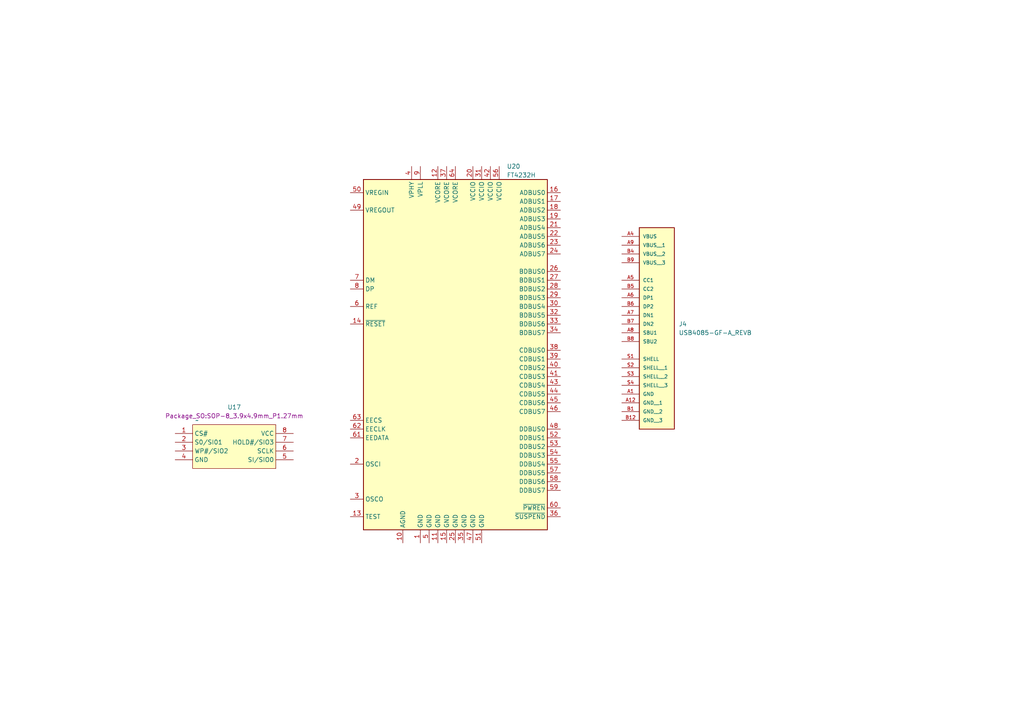
<source format=kicad_sch>
(kicad_sch (version 20230121) (generator eeschema)
  (paper "A4")
  (lib_symbols
    (symbol "Connector:USB4085-GF-A_REVB" (pin_names (offset 1.016))
      (property "Reference" "J" (at -5.08 18.288 0))
      (property "Value" "USB4085-GF-A_REVB" (at -5.08 -43.18 0))
      (symbol "USB4085-GF-A_REVB_0_0"
        (rectangle (start -5.08 -40.64) (end 5.08 17.78) (stroke (width 0.254)) (fill (type background)))
        (pin power_in line (at -10.16 -30.48 0) (length 5.08) (name "GND") (number "A1"))
        (pin power_in line (at -10.16 -33.02 0) (length 5.08) (name "GND__1") (number "A12"))
        (pin power_in line (at -10.16 15.24 0) (length 5.08) (name "VBUS") (number "A4"))
        (pin bidirectional line (at -10.16 2.54 0) (length 5.08) (name "CC1") (number "A5"))
        (pin bidirectional line (at -10.16 -2.54 0) (length 5.08) (name "DP1") (number "A6"))
        (pin bidirectional line (at -10.16 -7.62 0) (length 5.08) (name "DN1") (number "A7"))
        (pin bidirectional line (at -10.16 -12.7 0) (length 5.08) (name "SBU1") (number "A8"))
        (pin power_in line (at -10.16 12.7 0) (length 5.08) (name "VBUS__1") (number "A9"))
        (pin power_in line (at -10.16 -35.56 0) (length 5.08) (name "GND__2") (number "B1"))
        (pin power_in line (at -10.16 -38.1 0) (length 5.08) (name "GND__3") (number "B12"))
        (pin power_in line (at -10.16 10.16 0) (length 5.08) (name "VBUS__2") (number "B4"))
        (pin bidirectional line (at -10.16 0 0) (length 5.08) (name "CC2") (number "B5"))
        (pin bidirectional line (at -10.16 -5.08 0) (length 5.08) (name "DP2") (number "B6"))
        (pin bidirectional line (at -10.16 -10.16 0) (length 5.08) (name "DN2") (number "B7"))
        (pin bidirectional line (at -10.16 -15.24 0) (length 5.08) (name "SBU2") (number "B8"))
        (pin power_in line (at -10.16 7.62 0) (length 5.08) (name "VBUS__3") (number "B9"))
        (pin passive line (at -10.16 -20.32 0) (length 5.08) (name "SHELL") (number "S1"))
        (pin passive line (at -10.16 -22.86 0) (length 5.08) (name "SHELL__1") (number "S2"))
        (pin passive line (at -10.16 -25.4 0) (length 5.08) (name "SHELL__2") (number "S3"))
        (pin passive line (at -10.16 -27.94 0) (length 5.08) (name "SHELL__3") (number "S4"))
      )
    )
    (symbol "IC:MX25V8035F"
      (property "Reference" "U" (at 0 0 0))
      (property "Footprint" "Package_SO:SOP-8_3.9x4.9mm_P1.27mm" (at 5.08 3.81 0))
      (symbol "MX25V8035F_1_1"
        (rectangle (start -1.27 -1.27) (end 22.86 -13.97) (fill (type background)))
        (pin input line (at -6.35 -3.81 0) (length 5.08) (name "CS#") (number "1"))
        (pin bidirectional line (at -6.35 -6.35 0) (length 5.08) (name "S0/SI01") (number "2"))
        (pin bidirectional line (at -6.35 -8.89 0) (length 5.08) (name "WP#/SIO2") (number "3"))
        (pin passive line (at -6.35 -11.43 0) (length 5.08) (name "GND") (number "4"))
        (pin bidirectional line (at 27.94 -11.43 180) (length 5.08) (name "SI/SIO0") (number "5"))
        (pin input line (at 27.94 -8.89 180) (length 5.08) (name "SCLK") (number "6"))
        (pin bidirectional line (at 27.94 -6.35 180) (length 5.08) (name "HOLD#/SIO3") (number "7"))
        (pin power_in line (at 27.94 -3.81 180) (length 5.08) (name "VCC") (number "8"))
      )
    )
    (symbol "Interface_USB:FT4232H"
      (property "Reference" "U" (at -26.67 53.34 0))
      (property "Value" "FT4232H" (at 19.05 53.34 0))
      (symbol "FT4232H_0_1"
        (rectangle (start -26.67 -49.53) (end 26.67 52.07) (stroke (width 0.254)) (fill (type background)))
      )
      (symbol "FT4232H_1_1"
        (pin power_in line (at -10.16 -53.34 90) (length 3.81) (name "GND") (number "1"))
        (pin power_in line (at -15.24 -53.34 90) (length 3.81) (name "AGND") (number "10"))
        (pin power_in line (at -5.08 -53.34 90) (length 3.81) (name "GND") (number "11"))
        (pin power_in line (at -5.08 55.88 270) (length 3.81) (name "VCORE") (number "12"))
        (pin input line (at -30.48 -45.72 0) (length 3.81) (name "TEST") (number "13"))
        (pin input line (at -30.48 10.16 0) (length 3.81) (name "~{RESET}") (number "14"))
        (pin power_in line (at -2.54 -53.34 90) (length 3.81) (name "GND") (number "15"))
        (pin bidirectional line (at 30.48 48.26 180) (length 3.81) (name "ADBUS0") (number "16"))
        (pin bidirectional line (at 30.48 45.72 180) (length 3.81) (name "ADBUS1") (number "17"))
        (pin bidirectional line (at 30.48 43.18 180) (length 3.81) (name "ADBUS2") (number "18"))
        (pin bidirectional line (at 30.48 40.64 180) (length 3.81) (name "ADBUS3") (number "19"))
        (pin input line (at -30.48 -30.48 0) (length 3.81) (name "OSCI") (number "2"))
        (pin power_in line (at 5.08 55.88 270) (length 3.81) (name "VCCIO") (number "20"))
        (pin bidirectional line (at 30.48 38.1 180) (length 3.81) (name "ADBUS4") (number "21"))
        (pin bidirectional line (at 30.48 35.56 180) (length 3.81) (name "ADBUS5") (number "22"))
        (pin bidirectional line (at 30.48 33.02 180) (length 3.81) (name "ADBUS6") (number "23"))
        (pin bidirectional line (at 30.48 30.48 180) (length 3.81) (name "ADBUS7") (number "24"))
        (pin power_in line (at 0 -53.34 90) (length 3.81) (name "GND") (number "25"))
        (pin bidirectional line (at 30.48 25.4 180) (length 3.81) (name "BDBUS0") (number "26"))
        (pin bidirectional line (at 30.48 22.86 180) (length 3.81) (name "BDBUS1") (number "27"))
        (pin bidirectional line (at 30.48 20.32 180) (length 3.81) (name "BDBUS2") (number "28"))
        (pin bidirectional line (at 30.48 17.78 180) (length 3.81) (name "BDBUS3") (number "29"))
        (pin output line (at -30.48 -40.64 0) (length 3.81) (name "OSCO") (number "3"))
        (pin bidirectional line (at 30.48 15.24 180) (length 3.81) (name "BDBUS4") (number "30"))
        (pin power_in line (at 7.62 55.88 270) (length 3.81) (name "VCCIO") (number "31"))
        (pin bidirectional line (at 30.48 12.7 180) (length 3.81) (name "BDBUS5") (number "32"))
        (pin bidirectional line (at 30.48 10.16 180) (length 3.81) (name "BDBUS6") (number "33"))
        (pin bidirectional line (at 30.48 7.62 180) (length 3.81) (name "BDBUS7") (number "34"))
        (pin power_in line (at 2.54 -53.34 90) (length 3.81) (name "GND") (number "35"))
        (pin output line (at 30.48 -45.72 180) (length 3.81) (name "~{SUSPEND}") (number "36"))
        (pin power_in line (at -2.54 55.88 270) (length 3.81) (name "VCORE") (number "37"))
        (pin bidirectional line (at 30.48 2.54 180) (length 3.81) (name "CDBUS0") (number "38"))
        (pin bidirectional line (at 30.48 0 180) (length 3.81) (name "CDBUS1") (number "39"))
        (pin power_in line (at -12.7 55.88 270) (length 3.81) (name "VPHY") (number "4"))
        (pin bidirectional line (at 30.48 -2.54 180) (length 3.81) (name "CDBUS2") (number "40"))
        (pin bidirectional line (at 30.48 -5.08 180) (length 3.81) (name "CDBUS3") (number "41"))
        (pin power_in line (at 10.16 55.88 270) (length 3.81) (name "VCCIO") (number "42"))
        (pin bidirectional line (at 30.48 -7.62 180) (length 3.81) (name "CDBUS4") (number "43"))
        (pin bidirectional line (at 30.48 -10.16 180) (length 3.81) (name "CDBUS5") (number "44"))
        (pin bidirectional line (at 30.48 -12.7 180) (length 3.81) (name "CDBUS6") (number "45"))
        (pin bidirectional line (at 30.48 -15.24 180) (length 3.81) (name "CDBUS7") (number "46"))
        (pin power_in line (at 5.08 -53.34 90) (length 3.81) (name "GND") (number "47"))
        (pin bidirectional line (at 30.48 -20.32 180) (length 3.81) (name "DDBUS0") (number "48"))
        (pin power_out line (at -30.48 43.18 0) (length 3.81) (name "VREGOUT") (number "49"))
        (pin power_in line (at -7.62 -53.34 90) (length 3.81) (name "GND") (number "5"))
        (pin power_in line (at -30.48 48.26 0) (length 3.81) (name "VREGIN") (number "50"))
        (pin power_in line (at 7.62 -53.34 90) (length 3.81) (name "GND") (number "51"))
        (pin bidirectional line (at 30.48 -22.86 180) (length 3.81) (name "DDBUS1") (number "52"))
        (pin bidirectional line (at 30.48 -25.4 180) (length 3.81) (name "DDBUS2") (number "53"))
        (pin bidirectional line (at 30.48 -27.94 180) (length 3.81) (name "DDBUS3") (number "54"))
        (pin bidirectional line (at 30.48 -30.48 180) (length 3.81) (name "DDBUS4") (number "55"))
        (pin power_in line (at 12.7 55.88 270) (length 3.81) (name "VCCIO") (number "56"))
        (pin bidirectional line (at 30.48 -33.02 180) (length 3.81) (name "DDBUS5") (number "57"))
        (pin bidirectional line (at 30.48 -35.56 180) (length 3.81) (name "DDBUS6") (number "58"))
        (pin bidirectional line (at 30.48 -38.1 180) (length 3.81) (name "DDBUS7") (number "59"))
        (pin input line (at -30.48 15.24 0) (length 3.81) (name "REF") (number "6"))
        (pin output line (at 30.48 -43.18 180) (length 3.81) (name "~{PWREN}") (number "60"))
        (pin bidirectional line (at -30.48 -22.86 0) (length 3.81) (name "EEDATA") (number "61"))
        (pin output line (at -30.48 -20.32 0) (length 3.81) (name "EECLK") (number "62"))
        (pin output line (at -30.48 -17.78 0) (length 3.81) (name "EECS") (number "63"))
        (pin power_in line (at 0 55.88 270) (length 3.81) (name "VCORE") (number "64"))
        (pin bidirectional line (at -30.48 22.86 0) (length 3.81) (name "DM") (number "7"))
        (pin bidirectional line (at -30.48 20.32 0) (length 3.81) (name "DP") (number "8"))
        (pin power_in line (at -10.16 55.88 270) (length 3.81) (name "VPLL") (number "9"))
      )
    )
  )
  (symbol (lib_id "Connector:USB4085-GF-A_REVB") (at 190.5 83.82 0) (unit 1)
    (property "Reference" "J4" (at 196.85 93.98 0) (effects (justify left)))
    (property "Value" "USB4085-GF-A_REVB" (at 196.85 96.52 0) (effects (justify left)))
    (property "Footprint" "Connector_USB:GCT_USB4085-GF-A_REVB" (effects hide))
    (property "PARTREV" "B" (effects hide))
    (property "STANDARD" "Manufacturer Recommendations" (effects hide))
    (property "SNAPEDA_PN" "USB4085-GF-A" (effects hide))
    (property "MAXIMUM_PACKAGE_HEIGHT" "3.16mm" (effects hide))
    (property "MANUFACTURER" "Global Connector Technology" (effects hide))
  )
  (symbol (lib_id "IC:MX25V8035F") (at 57.15 121.92 0) (unit 1)
    (property "Reference" "U17" (at 67.945 118.11 0))
    (property "Value" "~" (at 57.15 121.92 0))
    (property "Footprint" "Package_SO:SOP-8_3.9x4.9mm_P1.27mm" (at 67.945 120.65 0))
  )
  (symbol (lib_id "Interface_USB:FT4232H") (at 132.08 104.14 0) (unit 1)
    (property "Reference" "U20" (at 146.9741 48.26 0) (effects (justify left)))
    (property "Value" "FT4232H" (at 146.9741 50.8 0) (effects (justify left)))
    (property "Footprint" "Package_QFP:LQFP-64_10x10mm_P0.5mm" (effects hide))
    (property "Datasheet" "https://www.ftdichip.com/Support/Documents/DataSheets/ICs/DS_FT4232H.pdf" (effects hide))
  )
)
</source>
